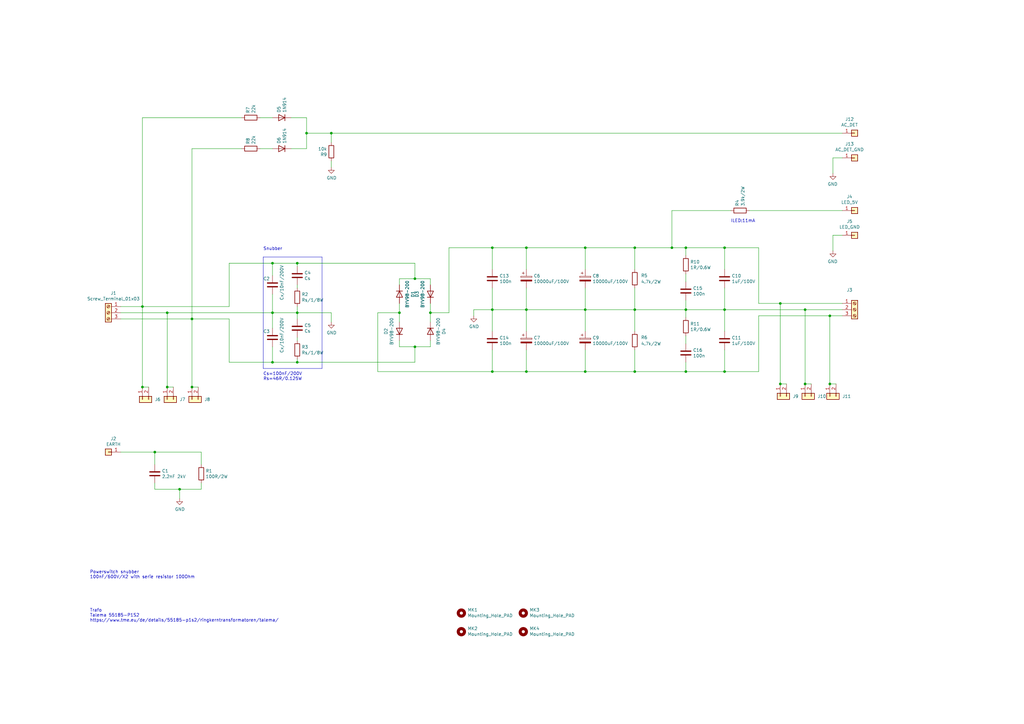
<source format=kicad_sch>
(kicad_sch (version 20230121) (generator eeschema)
  (paper "A3")
  (title_block (title "PSU for MOSFET Amp 80W") (date "2023-02-26") (rev "V5"))
  (lib_symbols
    (symbol "Connector:Screw_Terminal_01x03" (pin_names (offset 1.016) hide)
      (property "Reference" "J" (at 0 5.08 0))
      (property "Value" "Screw_Terminal_01x03" (at 0 -5.08 0))
      (symbol "Screw_Terminal_01x03_1_1"
        (rectangle (start -1.27 3.81) (end 1.27 -3.81) (stroke (width 0.254)) (fill (type background)))
        (circle (center 0 -2.54) (radius 0.635) (stroke (width 0.1524)))
        (polyline (pts (xy -0.5334 -2.2098) (xy 0.3302 -3.048)) (stroke (width 0.1524)))
        (polyline (pts (xy -0.5334 0.3302) (xy 0.3302 -0.508)) (stroke (width 0.1524)))
        (polyline (pts (xy -0.5334 2.8702) (xy 0.3302 2.032)) (stroke (width 0.1524)))
        (polyline (pts (xy -0.3556 -2.032) (xy 0.508 -2.8702)) (stroke (width 0.1524)))
        (polyline (pts (xy -0.3556 0.508) (xy 0.508 -0.3302)) (stroke (width 0.1524)))
        (polyline (pts (xy -0.3556 3.048) (xy 0.508 2.2098)) (stroke (width 0.1524)))
        (circle (center 0 0) (radius 0.635) (stroke (width 0.1524)))
        (circle (center 0 2.54) (radius 0.635) (stroke (width 0.1524)))
        (pin passive line (at -5.08 2.54 0) (length 3.81) (name "Pin_1") (number "1"))
        (pin passive line (at -5.08 0 0) (length 3.81) (name "Pin_2") (number "2"))
        (pin passive line (at -5.08 -2.54 0) (length 3.81) (name "Pin_3") (number "3"))
      )
    )
    (symbol "Connector_Generic:Conn_01x01" (pin_names (offset 1.016) hide)
      (property "Reference" "J" (at 0 2.54 0))
      (property "Value" "Conn_01x01" (at 0 -2.54 0))
      (symbol "Conn_01x01_1_1"
        (rectangle (start -1.27 0.127) (end 0 -0.127) (stroke (width 0.1524)))
        (rectangle (start -1.27 1.27) (end 1.27 -1.27) (stroke (width 0.254)) (fill (type background)))
        (pin passive line (at -5.08 0 0) (length 3.81) (name "Pin_1") (number "1"))
      )
    )
    (symbol "Connector_Generic:Conn_01x02" (pin_names (offset 1.016) hide)
      (property "Reference" "J" (at 0 2.54 0))
      (property "Value" "Conn_01x02" (at 0 -5.08 0))
      (symbol "Conn_01x02_1_1"
        (rectangle (start -1.27 -2.413) (end 0 -2.667) (stroke (width 0.1524)))
        (rectangle (start -1.27 0.127) (end 0 -0.127) (stroke (width 0.1524)))
        (rectangle (start -1.27 1.27) (end 1.27 -3.81) (stroke (width 0.254)) (fill (type background)))
        (pin passive line (at -5.08 0 0) (length 3.81) (name "Pin_1") (number "1"))
        (pin passive line (at -5.08 -2.54 0) (length 3.81) (name "Pin_2") (number "2"))
      )
    )
    (symbol "Device:C" (pin_numbers hide) (pin_names (offset 0.254))
      (property "Reference" "C" (at 0.635 2.54 0))
      (property "Value" "C" (at 0.635 -2.54 0))
      (symbol "C_0_1"
        (polyline (pts (xy -2.032 -0.762) (xy 2.032 -0.762)) (stroke (width 0.508)))
        (polyline (pts (xy -2.032 0.762) (xy 2.032 0.762)) (stroke (width 0.508)))
      )
      (symbol "C_1_1"
        (pin passive line (at 0 3.81 270) (length 2.794) (name "~") (number "1"))
        (pin passive line (at 0 -3.81 90) (length 2.794) (name "~") (number "2"))
      )
    )
    (symbol "Device:CP" (pin_numbers hide) (pin_names (offset 0.254))
      (property "Reference" "C" (at 0.635 2.54 0))
      (property "Value" "Device_CP" (at 0.635 -2.54 0))
      (symbol "CP_0_1"
        (rectangle (start -2.286 0.508) (end 2.286 1.016))
        (polyline (pts (xy -1.778 2.286) (xy -0.762 2.286)))
        (polyline (pts (xy -1.27 2.794) (xy -1.27 1.778)))
        (rectangle (start 2.286 -0.508) (end -2.286 -1.016) (fill (type outline)))
      )
      (symbol "CP_1_1"
        (pin passive line (at 0 3.81 270) (length 2.794) (name "~") (number "1"))
        (pin passive line (at 0 -3.81 90) (length 2.794) (name "~") (number "2"))
      )
    )
    (symbol "Device:D" (pin_numbers hide) (pin_names (offset 1.016) hide)
      (property "Reference" "D" (at 0 2.54 0))
      (property "Value" "D" (at 0 -2.54 0))
      (symbol "D_0_1"
        (polyline (pts (xy -1.27 1.27) (xy -1.27 -1.27)) (stroke (width 0.254)))
        (polyline (pts (xy 1.27 0) (xy -1.27 0)))
        (polyline (pts (xy 1.27 1.27) (xy 1.27 -1.27) (xy -1.27 0) (xy 1.27 1.27)) (stroke (width 0.254)))
      )
      (symbol "D_1_1"
        (pin passive line (at -3.81 0 0) (length 2.54) (name "K") (number "1"))
        (pin passive line (at 3.81 0 180) (length 2.54) (name "A") (number "2"))
      )
    )
    (symbol "Device:R" (pin_numbers hide) (pin_names (offset 0))
      (property "Reference" "R" (at 2.032 0 90))
      (property "Value" "R" (at 0 0 90))
      (symbol "R_0_1"
        (rectangle (start -1.016 -2.54) (end 1.016 2.54) (stroke (width 0.254)))
      )
      (symbol "R_1_1"
        (pin passive line (at 0 3.81 270) (length 1.27) (name "~") (number "1"))
        (pin passive line (at 0 -3.81 90) (length 1.27) (name "~") (number "2"))
      )
    )
    (symbol "Diode:1N4148" (pin_numbers hide) (pin_names (offset 1.016) hide)
      (property "Reference" "D" (at 0 2.54 0))
      (property "Value" "1N4148" (at 0 -2.54 0))
      (symbol "1N4148_0_1"
        (polyline (pts (xy -1.27 1.27) (xy -1.27 -1.27)) (stroke (width 0.254)))
        (polyline (pts (xy 1.27 0) (xy -1.27 0)))
        (polyline (pts (xy 1.27 1.27) (xy 1.27 -1.27) (xy -1.27 0) (xy 1.27 1.27)) (stroke (width 0.254)))
      )
      (symbol "1N4148_1_1"
        (pin passive line (at -3.81 0 0) (length 2.54) (name "K") (number "1"))
        (pin passive line (at 3.81 0 180) (length 2.54) (name "A") (number "2"))
      )
    )
    (symbol "Mechanical:MountingHole" (pin_names (offset 1.016))
      (property "Reference" "H" (at 0 5.08 0))
      (property "Value" "MountingHole" (at 0 3.175 0))
      (symbol "MountingHole_0_1"
        (circle (center 0 0) (radius 1.27) (stroke (width 1.27)))
      )
    )
    (symbol "power:GND" (power) (pin_names (offset 0))
      (property "Value" "GND" (at 0 -3.81 0))
      (symbol "GND_0_1"
        (polyline (pts (xy 0 0) (xy 0 -1.27) (xy 1.27 -1.27) (xy 0 -2.54) (xy -1.27 -1.27) (xy 0 -1.27)))
      )
      (symbol "GND_1_1"
        (pin power_in line (at 0 0 270) (length 0) hide (name "GND") (number "1"))
      )
    )
  )
  (junction (at 281.305 127))
  (junction (at 297.18 127))
  (junction (at 201.93 127))
  (junction (at 240.03 127))
  (junction (at 201.93 152.4))
  (junction (at 111.76 107.95))
  (junction (at 297.18 101.6))
  (junction (at 240.03 101.6))
  (junction (at 111.76 148.59))
  (junction (at 78.74 130.81))
  (junction (at 163.83 128.27))
  (junction (at 330.2 127))
  (junction (at 281.305 101.6))
  (junction (at 121.92 128.27))
  (junction (at 240.03 152.4))
  (junction (at 215.9 101.6))
  (junction (at 260.35 127))
  (junction (at 58.42 158.75))
  (junction (at 260.35 152.4))
  (junction (at 320.04 157.48))
  (junction (at 121.92 107.95))
  (junction (at 215.9 152.4))
  (junction (at 121.92 148.59))
  (junction (at 340.36 129.54))
  (junction (at 320.04 124.46))
  (junction (at 73.66 200.66))
  (junction (at 176.53 128.27))
  (junction (at 201.93 101.6))
  (junction (at 78.74 158.75))
  (junction (at 330.2 157.48))
  (junction (at 260.35 101.6))
  (junction (at 68.58 128.27))
  (junction (at 58.42 125.73))
  (junction (at 125.73 54.61))
  (junction (at 68.58 158.75))
  (junction (at 63.5 185.42))
  (junction (at 135.89 54.61))
  (junction (at 340.36 157.48))
  (junction (at 170.18 142.24))
  (junction (at 275.59 101.6))
  (junction (at 111.76 128.27))
  (junction (at 281.305 152.4))
  (junction (at 297.18 152.4))
  (junction (at 215.9 127))
  (junction (at 170.18 114.3))
  (wire (pts (xy 176.53 139.7) (xy 176.53 142.24)))
  (wire (pts (xy 82.55 200.66) (xy 73.66 200.66)))
  (wire (pts (xy 311.15 101.6) (xy 311.15 124.46)))
  (wire (pts (xy 176.53 124.46) (xy 176.53 128.27)))
  (wire (pts (xy 320.04 157.48) (xy 322.58 157.48)))
  (wire (pts (xy 201.93 152.4) (xy 215.9 152.4)))
  (wire (pts (xy 281.305 137.795) (xy 281.305 140.97)))
  (wire (pts (xy 154.94 128.27) (xy 154.94 152.4)))
  (wire (pts (xy 163.83 142.24) (xy 170.18 142.24)))
  (wire (pts (xy 73.66 204.47) (xy 73.66 200.66)))
  (wire (pts (xy 260.35 101.6) (xy 260.35 110.49)))
  (wire (pts (xy 240.03 127) (xy 240.03 118.11)))
  (wire (pts (xy 163.83 124.46) (xy 163.83 128.27)))
  (wire (pts (xy 106.68 60.96) (xy 111.76 60.96)))
  (wire (pts (xy 194.31 127) (xy 201.93 127)))
  (wire (pts (xy 135.89 132.08) (xy 135.89 128.27)))
  (wire (pts (xy 275.59 86.36) (xy 275.59 101.6)))
  (wire (pts (xy 163.83 114.3) (xy 170.18 114.3)))
  (wire (pts (xy 341.63 64.77) (xy 345.44 64.77)))
  (wire (pts (xy 184.15 101.6) (xy 201.93 101.6)))
  (wire (pts (xy 111.76 120.65) (xy 111.76 128.27)))
  (wire (pts (xy 281.305 101.6) (xy 297.18 101.6)))
  (wire (pts (xy 260.35 127) (xy 281.305 127)))
  (wire (pts (xy 215.9 127) (xy 215.9 118.11)))
  (wire (pts (xy 68.58 158.75) (xy 71.12 158.75)))
  (wire (pts (xy 93.98 148.59) (xy 111.76 148.59)))
  (wire (pts (xy 121.92 139.7) (xy 121.92 138.43)))
  (wire (pts (xy 311.15 129.54) (xy 340.36 129.54)))
  (wire (pts (xy 135.89 66.04) (xy 135.89 68.58)))
  (wire (pts (xy 93.98 107.95) (xy 111.76 107.95)))
  (wire (pts (xy 260.35 152.4) (xy 281.305 152.4)))
  (wire (pts (xy 58.42 48.26) (xy 58.42 125.73)))
  (wire (pts (xy 341.63 102.87) (xy 341.63 96.52)))
  (wire (pts (xy 215.9 127) (xy 215.9 135.89)))
  (wire (pts (xy 260.35 143.51) (xy 260.35 152.4)))
  (wire (pts (xy 320.04 124.46) (xy 320.04 157.48)))
  (wire (pts (xy 215.9 110.49) (xy 215.9 101.6)))
  (wire (pts (xy 297.18 152.4) (xy 311.15 152.4)))
  (wire (pts (xy 281.305 123.19) (xy 281.305 127)))
  (wire (pts (xy 63.5 185.42) (xy 49.53 185.42)))
  (wire (pts (xy 341.63 96.52) (xy 345.44 96.52)))
  (wire (pts (xy 111.76 134.62) (xy 111.76 128.27)))
  (wire (pts (xy 297.18 110.49) (xy 297.18 101.6)))
  (wire (pts (xy 281.305 152.4) (xy 297.18 152.4)))
  (wire (pts (xy 82.55 185.42) (xy 63.5 185.42)))
  (wire (pts (xy 215.9 152.4) (xy 240.03 152.4)))
  (wire (pts (xy 121.92 107.95) (xy 111.76 107.95)))
  (wire (pts (xy 281.305 101.6) (xy 281.305 104.775)))
  (wire (pts (xy 176.53 128.27) (xy 176.53 132.08)))
  (polyline (pts (xy 107.95 105.41) (xy 132.08 105.41)))
  (wire (pts (xy 201.93 127) (xy 201.93 135.89)))
  (wire (pts (xy 125.73 54.61) (xy 125.73 48.26)))
  (wire (pts (xy 340.36 157.48) (xy 342.9 157.48)))
  (wire (pts (xy 170.18 142.24) (xy 176.53 142.24)))
  (wire (pts (xy 78.74 130.81) (xy 93.98 130.81)))
  (wire (pts (xy 63.5 200.66) (xy 63.5 198.12)))
  (wire (pts (xy 311.15 124.46) (xy 320.04 124.46)))
  (wire (pts (xy 93.98 125.73) (xy 93.98 107.95)))
  (wire (pts (xy 93.98 130.81) (xy 93.98 148.59)))
  (wire (pts (xy 111.76 128.27) (xy 121.92 128.27)))
  (wire (pts (xy 176.53 114.3) (xy 176.53 116.84)))
  (wire (pts (xy 163.83 114.3) (xy 163.83 116.84)))
  (wire (pts (xy 260.35 118.11) (xy 260.35 127)))
  (wire (pts (xy 82.55 198.12) (xy 82.55 200.66)))
  (wire (pts (xy 163.83 142.24) (xy 163.83 139.7)))
  (wire (pts (xy 121.92 148.59) (xy 170.18 148.59)))
  (wire (pts (xy 330.2 127) (xy 330.2 157.48)))
  (wire (pts (xy 170.18 148.59) (xy 170.18 142.24)))
  (wire (pts (xy 111.76 142.24) (xy 111.76 148.59)))
  (wire (pts (xy 121.92 128.27) (xy 135.89 128.27)))
  (wire (pts (xy 320.04 124.46) (xy 345.44 124.46)))
  (wire (pts (xy 215.9 127) (xy 240.03 127)))
  (wire (pts (xy 201.93 101.6) (xy 215.9 101.6)))
  (wire (pts (xy 119.38 60.96) (xy 125.73 60.96)))
  (wire (pts (xy 49.53 130.81) (xy 78.74 130.81)))
  (wire (pts (xy 121.92 118.11) (xy 121.92 116.84)))
  (wire (pts (xy 201.93 127) (xy 215.9 127)))
  (wire (pts (xy 215.9 143.51) (xy 215.9 152.4)))
  (wire (pts (xy 201.93 101.6) (xy 201.93 110.49)))
  (wire (pts (xy 311.15 129.54) (xy 311.15 152.4)))
  (wire (pts (xy 240.03 110.49) (xy 240.03 101.6)))
  (wire (pts (xy 194.31 129.54) (xy 194.31 127)))
  (wire (pts (xy 281.305 148.59) (xy 281.305 152.4)))
  (wire (pts (xy 176.53 128.27) (xy 184.15 128.27)))
  (wire (pts (xy 275.59 101.6) (xy 281.305 101.6)))
  (wire (pts (xy 307.34 86.36) (xy 345.44 86.36)))
  (wire (pts (xy 125.73 54.61) (xy 125.73 60.96)))
  (wire (pts (xy 281.305 112.395) (xy 281.305 115.57)))
  (wire (pts (xy 281.305 127) (xy 297.18 127)))
  (polyline (pts (xy 132.08 105.41) (xy 132.08 151.13)))
  (wire (pts (xy 240.03 135.89) (xy 240.03 127)))
  (polyline (pts (xy 132.08 151.13) (xy 107.95 151.13)))
  (wire (pts (xy 63.5 185.42) (xy 63.5 190.5)))
  (wire (pts (xy 78.74 130.81) (xy 78.74 158.75)))
  (wire (pts (xy 297.18 127) (xy 330.2 127)))
  (wire (pts (xy 170.18 107.95) (xy 170.18 114.3)))
  (wire (pts (xy 215.9 101.6) (xy 240.03 101.6)))
  (wire (pts (xy 330.2 157.48) (xy 332.74 157.48)))
  (wire (pts (xy 49.53 128.27) (xy 68.58 128.27)))
  (wire (pts (xy 58.42 125.73) (xy 93.98 125.73)))
  (wire (pts (xy 281.305 127) (xy 281.305 130.175)))
  (wire (pts (xy 170.18 114.3) (xy 176.53 114.3)))
  (wire (pts (xy 260.35 127) (xy 260.35 135.89)))
  (wire (pts (xy 297.18 101.6) (xy 311.15 101.6)))
  (wire (pts (xy 341.63 71.12) (xy 341.63 64.77)))
  (wire (pts (xy 154.94 152.4) (xy 201.93 152.4)))
  (wire (pts (xy 49.53 125.73) (xy 58.42 125.73)))
  (wire (pts (xy 121.92 130.81) (xy 121.92 128.27)))
  (wire (pts (xy 184.15 101.6) (xy 184.15 128.27)))
  (wire (pts (xy 68.58 128.27) (xy 68.58 158.75)))
  (polyline (pts (xy 107.95 151.13) (xy 107.95 105.41)))
  (wire (pts (xy 297.18 143.51) (xy 297.18 152.4)))
  (wire (pts (xy 106.68 48.26) (xy 111.76 48.26)))
  (wire (pts (xy 297.18 127) (xy 297.18 135.89)))
  (wire (pts (xy 125.73 48.26) (xy 119.38 48.26)))
  (wire (pts (xy 82.55 190.5) (xy 82.55 185.42)))
  (wire (pts (xy 78.74 158.75) (xy 81.28 158.75)))
  (wire (pts (xy 240.03 152.4) (xy 240.03 143.51)))
  (wire (pts (xy 111.76 148.59) (xy 121.92 148.59)))
  (wire (pts (xy 58.42 125.73) (xy 58.42 158.75)))
  (wire (pts (xy 73.66 200.66) (xy 63.5 200.66)))
  (wire (pts (xy 163.83 128.27) (xy 163.83 132.08)))
  (wire (pts (xy 135.89 54.61) (xy 345.44 54.61)))
  (wire (pts (xy 111.76 113.03) (xy 111.76 107.95)))
  (wire (pts (xy 240.03 101.6) (xy 260.35 101.6)))
  (wire (pts (xy 99.06 48.26) (xy 58.42 48.26)))
  (wire (pts (xy 99.06 60.96) (xy 78.74 60.96)))
  (wire (pts (xy 240.03 152.4) (xy 260.35 152.4)))
  (wire (pts (xy 340.36 129.54) (xy 340.36 157.48)))
  (wire (pts (xy 121.92 109.22) (xy 121.92 107.95)))
  (wire (pts (xy 297.18 118.11) (xy 297.18 127)))
  (wire (pts (xy 68.58 128.27) (xy 111.76 128.27)))
  (wire (pts (xy 240.03 127) (xy 260.35 127)))
  (wire (pts (xy 58.42 158.75) (xy 60.96 158.75)))
  (wire (pts (xy 78.74 60.96) (xy 78.74 130.81)))
  (wire (pts (xy 135.89 54.61) (xy 135.89 58.42)))
  (wire (pts (xy 121.92 148.59) (xy 121.92 147.32)))
  (wire (pts (xy 121.92 107.95) (xy 170.18 107.95)))
  (wire (pts (xy 201.93 118.11) (xy 201.93 127)))
  (wire (pts (xy 260.35 101.6) (xy 275.59 101.6)))
  (wire (pts (xy 125.73 54.61) (xy 135.89 54.61)))
  (wire (pts (xy 121.92 128.27) (xy 121.92 125.73)))
  (wire (pts (xy 299.72 86.36) (xy 275.59 86.36)))
  (wire (pts (xy 330.2 127) (xy 345.44 127)))
  (wire (pts (xy 340.36 129.54) (xy 345.44 129.54)))
  (wire (pts (xy 201.93 143.51) (xy 201.93 152.4)))
  (wire (pts (xy 163.83 128.27) (xy 154.94 128.27)))
  (text "ILED:11mA" (at 299.72 91.44 0) (effects (font (size 1.27 1.27)) (justify left bottom)))
  (text "Snubber" (at 107.95 102.87 0) (effects (font (size 1.27 1.27)) (justify left bottom)))
  (text "Trafo\nTalema 55185-P1S2\nhttps://www.tme.eu/de/details/55185-p1s2/ringkerntransformatoren/talema/" (at 36.83 255.27 0) (effects (font (size 1.27 1.27)) (justify left bottom)))
  (text "Powerswitch snubber\n100nF/600V/X2 with serie resistor 100Ohm" (at 36.83 237.49 0) (effects (font (size 1.27 1.27)) (justify left bottom)))
  (text "Cs=100nF/200V\nRs=46R/0.125W" (at 107.95 156.21 0) (effects (font (size 1.27 1.27)) (justify left bottom)))
  (symbol (lib_id "power:GND") (at 135.89 132.08 0) (unit 1)
    (property "Reference" "#PWR0101" (effects hide))
    (property "Value" "GND" (at 136.017 136.4742 0))
  )
  (symbol (lib_id "Device:C") (at 111.76 116.84 0) (unit 1)
    (property "Reference" "C2" (at 107.95 114.3 0) (effects (justify left)))
    (property "Value" "Cx/10nF/200V" (at 115.57 123.19 90) (effects (justify left)))
    (property "Footprint" "Capacitor_SMD:C_0805_2012Metric_Pad1.18x1.45mm_HandSolder" (effects hide))
  )
  (symbol (lib_id "Device:C") (at 111.76 138.43 0) (unit 1)
    (property "Reference" "C3" (at 107.95 135.89 0) (effects (justify left)))
    (property "Value" "Cx/10nF/200V" (at 115.57 144.78 90) (effects (justify left)))
    (property "Footprint" "Capacitor_SMD:C_0805_2012Metric_Pad1.18x1.45mm_HandSolder" (effects hide))
  )
  (symbol (lib_id "Device:C") (at 121.92 113.03 0) (unit 1)
    (property "Reference" "C4" (at 124.841 111.8616 0) (effects (justify left)))
    (property "Value" "Cs" (at 124.841 114.173 0) (effects (justify left)))
    (property "Footprint" "Capacitor_SMD:C_1206_3216Metric_Pad1.33x1.80mm_HandSolder" (effects hide))
  )
  (symbol (lib_id "Device:R") (at 121.92 121.92 0) (unit 1)
    (property "Reference" "R2" (at 123.698 120.7516 0) (effects (justify left)))
    (property "Value" "Rs/1/8W" (at 123.698 123.063 0) (effects (justify left)))
    (property "Footprint" "Resistor_SMD:R_0805_2012Metric_Pad1.20x1.40mm_HandSolder" (effects hide))
  )
  (symbol (lib_id "Device:C") (at 121.92 134.62 0) (unit 1)
    (property "Reference" "C5" (at 124.841 133.4516 0) (effects (justify left)))
    (property "Value" "Cs" (at 124.841 135.763 0) (effects (justify left)))
    (property "Footprint" "Capacitor_SMD:C_1206_3216Metric_Pad1.33x1.80mm_HandSolder" (effects hide))
  )
  (symbol (lib_id "Device:R") (at 121.92 143.51 0) (unit 1)
    (property "Reference" "R3" (at 123.698 142.3416 0) (effects (justify left)))
    (property "Value" "Rs/1/8W" (at 123.698 144.653 0) (effects (justify left)))
    (property "Footprint" "Resistor_SMD:R_0805_2012Metric_Pad1.20x1.40mm_HandSolder" (effects hide))
  )
  (symbol (lib_id "Device:C") (at 297.18 114.3 0) (unit 1)
    (property "Reference" "C10" (at 300.101 113.1316 0) (effects (justify left)))
    (property "Value" "1uF/100V" (at 300.101 115.443 0) (effects (justify left)))
    (property "Footprint" "Capacitor_THT:C_Rect_L18.0mm_W5.0mm_P15.00mm_FKS3_FKP3" (effects hide))
  )
  (symbol (lib_id "Device:C") (at 297.18 139.7 0) (unit 1)
    (property "Reference" "C11" (at 300.101 138.5316 0) (effects (justify left)))
    (property "Value" "1uF/100V" (at 300.101 140.843 0) (effects (justify left)))
    (property "Footprint" "Capacitor_THT:C_Rect_L18.0mm_W5.0mm_P15.00mm_FKS3_FKP3" (effects hide))
  )
  (symbol (lib_id "Mechanical:MountingHole") (at 189.23 251.46 0) (unit 1)
    (property "Reference" "MK1" (at 191.77 250.1646 0) (effects (justify left)))
    (property "Value" "Mounting_Hole_PAD" (at 191.77 252.476 0) (effects (justify left)))
    (property "Footprint" "MountingHole:MountingHole_3.2mm_M3" (effects hide))
  )
  (symbol (lib_id "Mechanical:MountingHole") (at 189.23 259.08 0) (unit 1)
    (property "Reference" "MK2" (at 191.77 257.7846 0) (effects (justify left)))
    (property "Value" "Mounting_Hole_PAD" (at 191.77 260.096 0) (effects (justify left)))
    (property "Footprint" "MountingHole:MountingHole_3.2mm_M3" (effects hide))
  )
  (symbol (lib_id "Mechanical:MountingHole") (at 214.63 251.46 0) (unit 1)
    (property "Reference" "MK3" (at 217.17 250.1646 0) (effects (justify left)))
    (property "Value" "Mounting_Hole_PAD" (at 217.17 252.476 0) (effects (justify left)))
    (property "Footprint" "MountingHole:MountingHole_3.2mm_M3" (effects hide))
  )
  (symbol (lib_id "Mechanical:MountingHole") (at 214.63 259.08 0) (unit 1)
    (property "Reference" "MK4" (at 217.17 257.7846 0) (effects (justify left)))
    (property "Value" "Mounting_Hole_PAD" (at 217.17 260.096 0) (effects (justify left)))
    (property "Footprint" "MountingHole:MountingHole_3.2mm_M3" (effects hide))
  )
  (symbol (lib_id "Device:CP") (at 215.9 139.7 0) (unit 1)
    (property "Reference" "C7" (at 218.8972 138.5316 0) (effects (justify left)))
    (property "Value" "10000uF/100V" (at 218.8972 140.843 0) (effects (justify left)))
    (property "Footprint" "Capacitor_THT:CP_Radial_D40.0mm_P10.00mm_SnapIn" (effects hide))
  )
  (symbol (lib_id "power:GND") (at 194.31 129.54 0) (unit 1)
    (property "Reference" "#PWR0102" (effects hide))
    (property "Value" "GND" (at 194.437 133.9342 0))
  )
  (symbol (lib_id "Device:D") (at 163.83 120.65 270) (unit 1)
    (property "Reference" "D1" (at 169.3418 120.65 0))
    (property "Value" "BYV98-200" (at 167.0304 120.65 0))
    (property "Footprint" "kicad-snk:SOD64-10" (effects hide))
  )
  (symbol (lib_id "Device:D") (at 163.83 135.89 90) (unit 1)
    (property "Reference" "D2" (at 158.3182 135.89 0))
    (property "Value" "BYV98-200" (at 160.6296 135.89 0))
    (property "Footprint" "kicad-snk:SOD64-10" (effects hide))
  )
  (symbol (lib_id "Device:D") (at 176.53 120.65 90) (unit 1)
    (property "Reference" "D3" (at 171.0182 120.65 0))
    (property "Value" "BYV98-200" (at 173.3296 120.65 0))
    (property "Footprint" "kicad-snk:SOD64-10" (effects hide))
  )
  (symbol (lib_id "Device:D") (at 176.53 135.89 270) (unit 1)
    (property "Reference" "D4" (at 182.0418 135.89 0))
    (property "Value" "BYV98-200" (at 179.7304 135.89 0))
    (property "Footprint" "kicad-snk:SOD64-10" (effects hide))
  )
  (symbol (lib_id "Device:CP") (at 215.9 114.3 0) (unit 1)
    (property "Reference" "C6" (at 218.8972 113.1316 0) (effects (justify left)))
    (property "Value" "10000uF/100V" (at 218.8972 115.443 0) (effects (justify left)))
    (property "Footprint" "Capacitor_THT:CP_Radial_D40.0mm_P10.00mm_SnapIn" (effects hide))
  )
  (symbol (lib_id "Device:CP") (at 240.03 114.3 0) (unit 1)
    (property "Reference" "C8" (at 243.0272 113.1316 0) (effects (justify left)))
    (property "Value" "10000uF/100V" (at 243.0272 115.443 0) (effects (justify left)))
    (property "Footprint" "Capacitor_THT:CP_Radial_D40.0mm_P10.00mm_SnapIn" (effects hide))
  )
  (symbol (lib_id "Device:CP") (at 240.03 139.7 0) (unit 1)
    (property "Reference" "C9" (at 243.0272 138.5316 0) (effects (justify left)))
    (property "Value" "10000uF/100V" (at 243.0272 140.843 0) (effects (justify left)))
    (property "Footprint" "Capacitor_THT:CP_Radial_D40.0mm_P10.00mm_SnapIn" (effects hide))
  )
  (symbol (lib_id "Connector:Screw_Terminal_01x03") (at 44.45 128.27 0) (mirror y) (unit 1)
    (property "Reference" "J1" (at 46.5328 120.2182 0))
    (property "Value" "Screw_Terminal_01x03" (at 46.5328 122.5296 0))
    (property "Footprint" "TerminalBlock_RND:TerminalBlock_RND_205-00013_1x03_P5.00mm_Horizontal" (effects hide))
  )
  (symbol (lib_id "power:GND") (at 73.66 204.47 0) (unit 1)
    (property "Reference" "#PWR0103" (effects hide))
    (property "Value" "GND" (at 73.787 208.8642 0))
  )
  (symbol (lib_id "Connector:Screw_Terminal_01x03") (at 350.52 127 0) (unit 1)
    (property "Reference" "J3" (at 348.4372 118.9482 0))
    (property "Value" "Screw_Terminal_01x03" (effects hide))
    (property "Footprint" "TerminalBlock_RND:TerminalBlock_RND_205-00013_1x03_P5.00mm_Horizontal" (effects hide))
  )
  (symbol (lib_id "Device:C") (at 63.5 194.31 0) (unit 1)
    (property "Reference" "C1" (at 66.421 193.1416 0) (effects (justify left)))
    (property "Value" "2.2nF 2kV" (at 66.421 195.453 0) (effects (justify left)))
    (property "Footprint" "Capacitor_THT:C_Rect_L18.0mm_W5.0mm_P15.00mm_FKS3_FKP3" (effects hide))
  )
  (symbol (lib_id "Device:R") (at 82.55 194.31 0) (unit 1)
    (property "Reference" "R1" (at 84.328 193.1416 0) (effects (justify left)))
    (property "Value" "100R/2W" (at 84.328 195.453 0) (effects (justify left)))
    (property "Footprint" "Resistor_THT:R_Axial_DIN0414_L11.9mm_D4.5mm_P15.24mm_Horizontal" (effects hide))
  )
  (symbol (lib_id "Connector_Generic:Conn_01x01") (at 44.45 185.42 0) (mirror y) (unit 1)
    (property "Reference" "J2" (at 46.5328 179.9082 0))
    (property "Value" "EARTH" (at 46.5328 182.2196 0))
    (property "Footprint" "Connector_Pin:Pin_D1.3mm_L11.0mm" (effects hide))
  )
  (symbol (lib_id "Device:R") (at 102.87 60.96 90) (unit 1)
    (property "Reference" "R8" (at 101.7016 59.182 0) (effects (justify left)))
    (property "Value" "22k" (at 104.013 59.182 0) (effects (justify left)))
    (property "Footprint" "Resistor_SMD:R_0805_2012Metric_Pad1.20x1.40mm_HandSolder" (effects hide))
  )
  (symbol (lib_id "Device:R") (at 135.89 62.23 180) (unit 1)
    (property "Reference" "R9" (at 134.112 63.3984 0) (effects (justify left)))
    (property "Value" "10k" (at 134.112 61.087 0) (effects (justify left)))
    (property "Footprint" "Resistor_SMD:R_0805_2012Metric_Pad1.20x1.40mm_HandSolder" (effects hide))
  )
  (symbol (lib_id "Diode:1N4148") (at 115.57 60.96 180) (unit 1)
    (property "Reference" "D6" (at 114.4016 58.928 90) (effects (justify right)))
    (property "Value" "1N914" (at 116.713 58.928 90) (effects (justify right)))
    (property "Footprint" "Diode_SMD:D_SOD-123" (effects hide))
    (property "Datasheet" "https://assets.nexperia.com/documents/data-sheet/1N4148_1N4448.pdf" (effects hide))
  )
  (symbol (lib_id "Device:R") (at 260.35 139.7 0) (unit 1)
    (property "Reference" "R6" (at 262.89 138.4299 0) (effects (justify left)))
    (property "Value" "4.7k/2W" (at 262.89 140.9699 0) (effects (justify left)))
    (property "Footprint" "Resistor_THT:R_Axial_DIN0414_L11.9mm_D4.5mm_P20.32mm_Horizontal" (effects hide))
  )
  (symbol (lib_id "Connector_Generic:Conn_01x02") (at 320.04 162.56 90) (mirror x) (unit 1)
    (property "Reference" "J9" (at 325.12 162.5599 90) (effects (justify right)))
    (property "Value" "Conn_01x02" (effects hide))
    (property "Footprint" "kicad-snk:TE_62409-1" (effects hide))
  )
  (symbol (lib_id "Connector_Generic:Conn_01x02") (at 78.74 163.83 90) (mirror x) (unit 1)
    (property "Reference" "J8" (at 83.82 163.8299 90) (effects (justify right)))
    (property "Value" "Conn_01x02" (effects hide))
    (property "Footprint" "kicad-snk:TE_62409-1" (effects hide))
  )
  (symbol (lib_id "Connector_Generic:Conn_01x02") (at 340.36 162.56 90) (mirror x) (unit 1)
    (property "Reference" "J11" (at 345.44 162.5599 90) (effects (justify right)))
    (property "Value" "Conn_01x02" (effects hide))
    (property "Footprint" "kicad-snk:TE_62409-1" (effects hide))
  )
  (symbol (lib_id "power:GND") (at 341.63 71.12 0) (mirror y) (unit 1)
    (property "Reference" "#PWR0106" (effects hide))
    (property "Value" "GND" (at 341.503 75.5142 0))
  )
  (symbol (lib_id "Connector_Generic:Conn_01x02") (at 58.42 163.83 90) (mirror x) (unit 1)
    (property "Reference" "J6" (at 63.5 163.8299 90) (effects (justify right)))
    (property "Value" "Conn_01x02" (effects hide))
    (property "Footprint" "kicad-snk:TE_62409-1" (effects hide))
  )
  (symbol (lib_id "Device:R") (at 260.35 114.3 0) (unit 1)
    (property "Reference" "R5" (at 262.89 113.0299 0) (effects (justify left)))
    (property "Value" "4.7k/2W" (at 262.89 115.5699 0) (effects (justify left)))
    (property "Footprint" "Resistor_THT:R_Axial_DIN0414_L11.9mm_D4.5mm_P20.32mm_Horizontal" (effects hide))
  )
  (symbol (lib_id "Device:R") (at 281.305 133.985 0) (unit 1)
    (property "Reference" "R11" (at 283.083 132.8166 0) (effects (justify left)))
    (property "Value" "1R/0.6W" (at 283.083 135.128 0) (effects (justify left)))
    (property "Footprint" "Resistor_THT:R_Axial_DIN0207_L6.3mm_D2.5mm_P10.16mm_Horizontal" (effects hide))
  )
  (symbol (lib_id "Device:R") (at 102.87 48.26 90) (unit 1)
    (property "Reference" "R7" (at 101.7016 46.482 0) (effects (justify left)))
    (property "Value" "22k" (at 104.013 46.482 0) (effects (justify left)))
    (property "Footprint" "Resistor_SMD:R_0805_2012Metric_Pad1.20x1.40mm_HandSolder" (effects hide))
  )
  (symbol (lib_id "Device:C") (at 201.93 139.7 0) (unit 1)
    (property "Reference" "C14" (at 204.851 138.5316 0) (effects (justify left)))
    (property "Value" "100n" (at 204.851 140.843 0) (effects (justify left)))
    (property "Footprint" "Capacitor_THT:C_Rect_L7.2mm_W2.5mm_P5.00mm_FKS2_FKP2_MKS2_MKP2" (effects hide))
  )
  (symbol (lib_id "Device:R") (at 281.305 108.585 0) (unit 1)
    (property "Reference" "R10" (at 283.083 107.4166 0) (effects (justify left)))
    (property "Value" "1R/0.6W" (at 283.083 109.728 0) (effects (justify left)))
    (property "Footprint" "Resistor_THT:R_Axial_DIN0207_L6.3mm_D2.5mm_P10.16mm_Horizontal" (effects hide))
  )
  (symbol (lib_id "power:GND") (at 135.89 68.58 0) (unit 1)
    (property "Reference" "#PWR0105" (effects hide))
    (property "Value" "GND" (at 136.017 72.9742 0))
  )
  (symbol (lib_id "Device:C") (at 281.305 144.78 0) (unit 1)
    (property "Reference" "C16" (at 284.226 143.6116 0) (effects (justify left)))
    (property "Value" "100n" (at 284.226 145.923 0) (effects (justify left)))
    (property "Footprint" "Capacitor_THT:C_Rect_L7.2mm_W2.5mm_P5.00mm_FKS2_FKP2_MKS2_MKP2" (effects hide))
  )
  (symbol (lib_id "Connector_Generic:Conn_01x02") (at 330.2 162.56 90) (mirror x) (unit 1)
    (property "Reference" "J10" (at 335.28 162.5599 90) (effects (justify right)))
    (property "Value" "Conn_01x02" (effects hide))
    (property "Footprint" "kicad-snk:TE_62409-1" (effects hide))
  )
  (symbol (lib_id "Connector_Generic:Conn_01x01") (at 350.52 64.77 0) (mirror x) (unit 1)
    (property "Reference" "J13" (at 348.4372 59.055 0))
    (property "Value" "AC_DET_GND" (at 348.4372 61.3664 0))
    (property "Footprint" "Connector_Pin:Pin_D1.0mm_L10.0mm" (effects hide))
  )
  (symbol (lib_id "Diode:1N4148") (at 115.57 48.26 180) (unit 1)
    (property "Reference" "D5" (at 114.4016 46.228 90) (effects (justify right)))
    (property "Value" "1N914" (at 116.713 46.228 90) (effects (justify right)))
    (property "Footprint" "Diode_SMD:D_SOD-123" (effects hide))
    (property "Datasheet" "https://assets.nexperia.com/documents/data-sheet/1N4148_1N4448.pdf" (effects hide))
  )
  (symbol (lib_id "Connector_Generic:Conn_01x01") (at 350.52 96.52 0) (mirror x) (unit 1)
    (property "Reference" "J5" (at 348.4372 90.805 0))
    (property "Value" "LED_GND" (at 348.4372 93.1164 0))
    (property "Footprint" "Connector_Pin:Pin_D1.0mm_L10.0mm" (effects hide))
  )
  (symbol (lib_id "Connector_Generic:Conn_01x01") (at 350.52 86.36 0) (mirror x) (unit 1)
    (property "Reference" "J4" (at 348.4372 80.645 0))
    (property "Value" "LED_5V" (at 348.4372 82.9564 0))
    (property "Footprint" "Connector_Pin:Pin_D1.0mm_L10.0mm" (effects hide))
  )
  (symbol (lib_id "Connector_Generic:Conn_01x01") (at 350.52 54.61 0) (mirror x) (unit 1)
    (property "Reference" "J12" (at 348.4372 48.895 0))
    (property "Value" "AC_DET" (at 348.4372 51.2064 0))
    (property "Footprint" "Connector_Pin:Pin_D1.0mm_L10.0mm" (effects hide))
  )
  (symbol (lib_id "power:GND") (at 341.63 102.87 0) (mirror y) (unit 1)
    (property "Reference" "#PWR0104" (effects hide))
    (property "Value" "GND" (at 341.503 107.2642 0))
  )
  (symbol (lib_id "Device:R") (at 303.53 86.36 90) (unit 1)
    (property "Reference" "R4" (at 302.3616 84.582 0) (effects (justify left)))
    (property "Value" "3.9k/2W" (at 304.673 84.582 0) (effects (justify left)))
    (property "Footprint" "Resistor_THT:R_Axial_DIN0414_L11.9mm_D4.5mm_P20.32mm_Horizontal" (effects hide))
  )
  (symbol (lib_id "Connector_Generic:Conn_01x02") (at 68.58 163.83 90) (mirror x) (unit 1)
    (property "Reference" "J7" (at 73.66 163.8299 90) (effects (justify right)))
    (property "Value" "Conn_01x02" (effects hide))
    (property "Footprint" "kicad-snk:TE_62409-1" (effects hide))
  )
  (symbol (lib_id "Device:C") (at 201.93 114.3 0) (unit 1)
    (property "Reference" "C13" (at 204.851 113.1316 0) (effects (justify left)))
    (property "Value" "100n" (at 204.851 115.443 0) (effects (justify left)))
    (property "Footprint" "Capacitor_THT:C_Rect_L7.2mm_W2.5mm_P5.00mm_FKS2_FKP2_MKS2_MKP2" (effects hide))
  )
  (symbol (lib_id "Device:C") (at 281.305 119.38 0) (unit 1)
    (property "Reference" "C15" (at 284.226 118.2116 0) (effects (justify left)))
    (property "Value" "100n" (at 284.226 120.523 0) (effects (justify left)))
    (property "Footprint" "Capacitor_THT:C_Rect_L7.2mm_W2.5mm_P5.00mm_FKS2_FKP2_MKS2_MKP2" (effects hide))
  )
)
</source>
